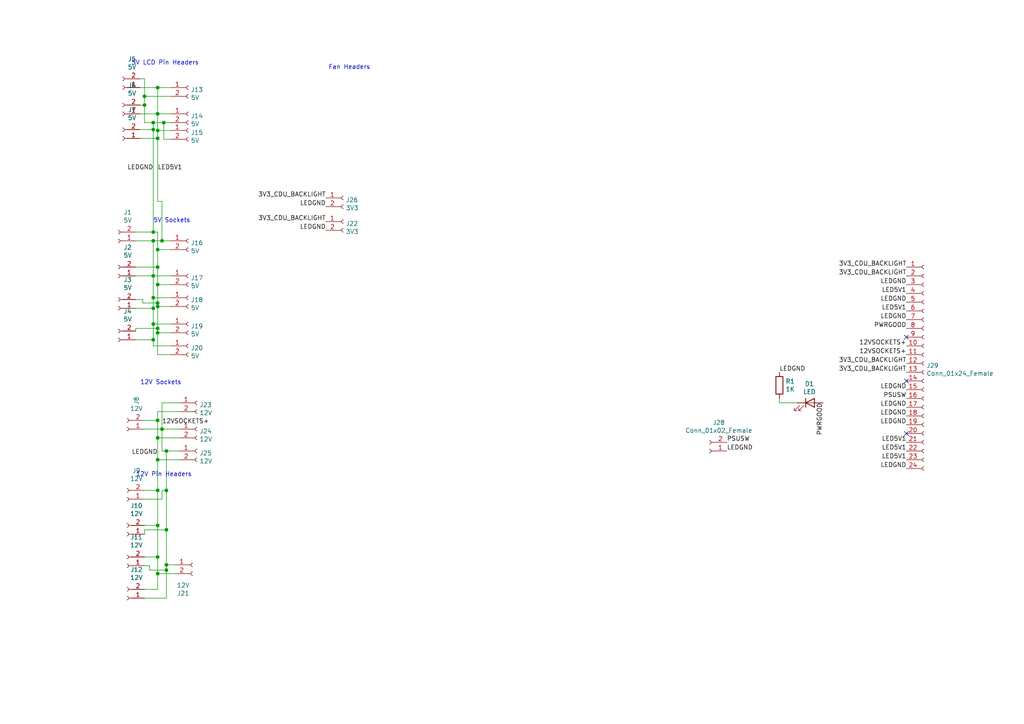
<source format=kicad_sch>
(kicad_sch (version 20231120) (generator "eeschema") (generator_version "8.0")
  (paper "A4")
  (lib_symbols
    (symbol "Connector:Conn_01x02_Female" (pin_names (offset 1.016) hide)
      (property "Reference" "J" (at 0 2.54 0))
      (property "Value" "Conn_01x02_Female" (at 0 -5.08 0))
      (symbol "Conn_01x02_Female_1_1"
        (arc (start 0 -2.032) (mid -0.5058 -2.54) (end 0 -3.048) (stroke (width 0.1524)))
        (polyline (pts (xy -1.27 -2.54) (xy -0.508 -2.54)) (stroke (width 0.1524)))
        (polyline (pts (xy -1.27 0) (xy -0.508 0)) (stroke (width 0.1524)))
        (arc (start 0 0.508) (mid -0.5058 0) (end 0 -0.508) (stroke (width 0.1524)))
        (pin passive line (at -5.08 0 0) (length 3.81) (name "Pin_1") (number "1"))
        (pin passive line (at -5.08 -2.54 0) (length 3.81) (name "Pin_2") (number "2"))
      )
    )
    (symbol "Connector:Conn_01x24_Female" (pin_names (offset 1.016) hide)
      (property "Reference" "J" (at 0 30.48 0))
      (property "Value" "Conn_01x24_Female" (at 0 -33.02 0))
      (symbol "Conn_01x24_Female_1_1"
        (arc (start 0 -29.972) (mid -0.5058 -30.48) (end 0 -30.988) (stroke (width 0.1524)))
        (arc (start 0 -27.432) (mid -0.5058 -27.94) (end 0 -28.448) (stroke (width 0.1524)))
        (arc (start 0 -24.892) (mid -0.5058 -25.4) (end 0 -25.908) (stroke (width 0.1524)))
        (arc (start 0 -22.352) (mid -0.5058 -22.86) (end 0 -23.368) (stroke (width 0.1524)))
        (arc (start 0 -19.812) (mid -0.5058 -20.32) (end 0 -20.828) (stroke (width 0.1524)))
        (arc (start 0 -17.272) (mid -0.5058 -17.78) (end 0 -18.288) (stroke (width 0.1524)))
        (arc (start 0 -14.732) (mid -0.5058 -15.24) (end 0 -15.748) (stroke (width 0.1524)))
        (arc (start 0 -12.192) (mid -0.5058 -12.7) (end 0 -13.208) (stroke (width 0.1524)))
        (arc (start 0 -9.652) (mid -0.5058 -10.16) (end 0 -10.668) (stroke (width 0.1524)))
        (arc (start 0 -7.112) (mid -0.5058 -7.62) (end 0 -8.128) (stroke (width 0.1524)))
        (arc (start 0 -4.572) (mid -0.5058 -5.08) (end 0 -5.588) (stroke (width 0.1524)))
        (arc (start 0 -2.032) (mid -0.5058 -2.54) (end 0 -3.048) (stroke (width 0.1524)))
        (polyline (pts (xy -1.27 -30.48) (xy -0.508 -30.48)) (stroke (width 0.1524)))
        (polyline (pts (xy -1.27 -27.94) (xy -0.508 -27.94)) (stroke (width 0.1524)))
        (polyline (pts (xy -1.27 -25.4) (xy -0.508 -25.4)) (stroke (width 0.1524)))
        (polyline (pts (xy -1.27 -22.86) (xy -0.508 -22.86)) (stroke (width 0.1524)))
        (polyline (pts (xy -1.27 -20.32) (xy -0.508 -20.32)) (stroke (width 0.1524)))
        (polyline (pts (xy -1.27 -17.78) (xy -0.508 -17.78)) (stroke (width 0.1524)))
        (polyline (pts (xy -1.27 -15.24) (xy -0.508 -15.24)) (stroke (width 0.1524)))
        (polyline (pts (xy -1.27 -12.7) (xy -0.508 -12.7)) (stroke (width 0.1524)))
        (polyline (pts (xy -1.27 -10.16) (xy -0.508 -10.16)) (stroke (width 0.1524)))
        (polyline (pts (xy -1.27 -7.62) (xy -0.508 -7.62)) (stroke (width 0.1524)))
        (polyline (pts (xy -1.27 -5.08) (xy -0.508 -5.08)) (stroke (width 0.1524)))
        (polyline (pts (xy -1.27 -2.54) (xy -0.508 -2.54)) (stroke (width 0.1524)))
        (polyline (pts (xy -1.27 0) (xy -0.508 0)) (stroke (width 0.1524)))
        (polyline (pts (xy -1.27 2.54) (xy -0.508 2.54)) (stroke (width 0.1524)))
        (polyline (pts (xy -1.27 5.08) (xy -0.508 5.08)) (stroke (width 0.1524)))
        (polyline (pts (xy -1.27 7.62) (xy -0.508 7.62)) (stroke (width 0.1524)))
        (polyline (pts (xy -1.27 10.16) (xy -0.508 10.16)) (stroke (width 0.1524)))
        (polyline (pts (xy -1.27 12.7) (xy -0.508 12.7)) (stroke (width 0.1524)))
        (polyline (pts (xy -1.27 15.24) (xy -0.508 15.24)) (stroke (width 0.1524)))
        (polyline (pts (xy -1.27 17.78) (xy -0.508 17.78)) (stroke (width 0.1524)))
        (polyline (pts (xy -1.27 20.32) (xy -0.508 20.32)) (stroke (width 0.1524)))
        (polyline (pts (xy -1.27 22.86) (xy -0.508 22.86)) (stroke (width 0.1524)))
        (polyline (pts (xy -1.27 25.4) (xy -0.508 25.4)) (stroke (width 0.1524)))
        (polyline (pts (xy -1.27 27.94) (xy -0.508 27.94)) (stroke (width 0.1524)))
        (arc (start 0 0.508) (mid -0.5058 0) (end 0 -0.508) (stroke (width 0.1524)))
        (arc (start 0 3.048) (mid -0.5058 2.54) (end 0 2.032) (stroke (width 0.1524)))
        (arc (start 0 5.588) (mid -0.5058 5.08) (end 0 4.572) (stroke (width 0.1524)))
        (arc (start 0 8.128) (mid -0.5058 7.62) (end 0 7.112) (stroke (width 0.1524)))
        (arc (start 0 10.668) (mid -0.5058 10.16) (end 0 9.652) (stroke (width 0.1524)))
        (arc (start 0 13.208) (mid -0.5058 12.7) (end 0 12.192) (stroke (width 0.1524)))
        (arc (start 0 15.748) (mid -0.5058 15.24) (end 0 14.732) (stroke (width 0.1524)))
        (arc (start 0 18.288) (mid -0.5058 17.78) (end 0 17.272) (stroke (width 0.1524)))
        (arc (start 0 20.828) (mid -0.5058 20.32) (end 0 19.812) (stroke (width 0.1524)))
        (arc (start 0 23.368) (mid -0.5058 22.86) (end 0 22.352) (stroke (width 0.1524)))
        (arc (start 0 25.908) (mid -0.5058 25.4) (end 0 24.892) (stroke (width 0.1524)))
        (arc (start 0 28.448) (mid -0.5058 27.94) (end 0 27.432) (stroke (width 0.1524)))
        (pin passive line (at -5.08 27.94 0) (length 3.81) (name "Pin_1") (number "1"))
        (pin passive line (at -5.08 5.08 0) (length 3.81) (name "Pin_10") (number "10"))
        (pin passive line (at -5.08 2.54 0) (length 3.81) (name "Pin_11") (number "11"))
        (pin passive line (at -5.08 0 0) (length 3.81) (name "Pin_12") (number "12"))
        (pin passive line (at -5.08 -2.54 0) (length 3.81) (name "Pin_13") (number "13"))
        (pin passive line (at -5.08 -5.08 0) (length 3.81) (name "Pin_14") (number "14"))
        (pin passive line (at -5.08 -7.62 0) (length 3.81) (name "Pin_15") (number "15"))
        (pin passive line (at -5.08 -10.16 0) (length 3.81) (name "Pin_16") (number "16"))
        (pin passive line (at -5.08 -12.7 0) (length 3.81) (name "Pin_17") (number "17"))
        (pin passive line (at -5.08 -15.24 0) (length 3.81) (name "Pin_18") (number "18"))
        (pin passive line (at -5.08 -17.78 0) (length 3.81) (name "Pin_19") (number "19"))
        (pin passive line (at -5.08 25.4 0) (length 3.81) (name "Pin_2") (number "2"))
        (pin passive line (at -5.08 -20.32 0) (length 3.81) (name "Pin_20") (number "20"))
        (pin passive line (at -5.08 -22.86 0) (length 3.81) (name "Pin_21") (number "21"))
        (pin passive line (at -5.08 -25.4 0) (length 3.81) (name "Pin_22") (number "22"))
        (pin passive line (at -5.08 -27.94 0) (length 3.81) (name "Pin_23") (number "23"))
        (pin passive line (at -5.08 -30.48 0) (length 3.81) (name "Pin_24") (number "24"))
        (pin passive line (at -5.08 22.86 0) (length 3.81) (name "Pin_3") (number "3"))
        (pin passive line (at -5.08 20.32 0) (length 3.81) (name "Pin_4") (number "4"))
        (pin passive line (at -5.08 17.78 0) (length 3.81) (name "Pin_5") (number "5"))
        (pin passive line (at -5.08 15.24 0) (length 3.81) (name "Pin_6") (number "6"))
        (pin passive line (at -5.08 12.7 0) (length 3.81) (name "Pin_7") (number "7"))
        (pin passive line (at -5.08 10.16 0) (length 3.81) (name "Pin_8") (number "8"))
        (pin passive line (at -5.08 7.62 0) (length 3.81) (name "Pin_9") (number "9"))
      )
    )
    (symbol "Device:LED" (pin_numbers hide) (pin_names (offset 1.016) hide)
      (property "Reference" "D" (at 0 2.54 0))
      (property "Value" "LED" (at 0 -2.54 0))
      (symbol "LED_0_1"
        (polyline (pts (xy -1.27 -1.27) (xy -1.27 1.27)) (stroke (width 0.254)))
        (polyline (pts (xy -1.27 0) (xy 1.27 0)))
        (polyline (pts (xy 1.27 -1.27) (xy 1.27 1.27) (xy -1.27 0) (xy 1.27 -1.27)) (stroke (width 0.254)))
        (polyline (pts (xy -3.048 -0.762) (xy -4.572 -2.286) (xy -3.81 -2.286) (xy -4.572 -2.286) (xy -4.572 -1.524)))
        (polyline (pts (xy -1.778 -0.762) (xy -3.302 -2.286) (xy -2.54 -2.286) (xy -3.302 -2.286) (xy -3.302 -1.524)))
      )
      (symbol "LED_1_1"
        (pin passive line (at -3.81 0 0) (length 2.54) (name "K") (number "1"))
        (pin passive line (at 3.81 0 180) (length 2.54) (name "A") (number "2"))
      )
    )
    (symbol "Device:R" (pin_numbers hide) (pin_names (offset 0))
      (property "Reference" "R" (at 2.032 0 90))
      (property "Value" "R" (at 0 0 90))
      (symbol "R_0_1"
        (rectangle (start -1.016 -2.54) (end 1.016 2.54) (stroke (width 0.254)))
      )
      (symbol "R_1_1"
        (pin passive line (at 0 3.81 270) (length 1.27) (name "~") (number "1"))
        (pin passive line (at 0 -3.81 90) (length 1.27) (name "~") (number "2"))
      )
    )
  )
  (junction (at 44.45 89.408))
  (junction (at 45.72 121.92))
  (junction (at 46.99 69.85))
  (junction (at 45.72 40.132))
  (junction (at 48.26 163.83))
  (junction (at 41.91 27.94))
  (junction (at 44.45 67.31))
  (junction (at 45.72 37.846))
  (junction (at 45.72 96.52))
  (junction (at 45.72 95.25))
  (junction (at 48.26 142.24))
  (junction (at 45.72 161.544))
  (junction (at 45.72 33.02))
  (junction (at 46.99 124.46))
  (junction (at 48.26 153.67))
  (junction (at 45.72 142.24))
  (junction (at 45.72 152.4))
  (junction (at 45.72 88.9))
  (junction (at 44.45 37.592))
  (junction (at 45.72 82.55))
  (junction (at 41.91 30.48))
  (junction (at 45.72 87.884))
  (junction (at 44.45 93.98))
  (junction (at 44.45 69.85))
  (junction (at 47.498 35.56))
  (junction (at 45.72 25.4))
  (junction (at 48.26 165.354))
  (junction (at 45.72 72.39))
  (junction (at 44.45 35.56))
  (junction (at 45.72 133.35))
  (junction (at 45.72 166.37))
  (junction (at 44.45 86.36))
  (junction (at 45.72 77.47))
  (junction (at 45.72 127))
  (junction (at 44.45 98.552))
  (junction (at 44.45 80.01))
  (junction (at 48.26 130.81))
  (no_connect (at 262.89 110.49))
  (no_connect (at 262.89 125.73))
  (no_connect (at 262.89 97.79))
  (wire (pts (xy 41.91 161.544) (xy 45.72 161.544)))
  (wire (pts (xy 45.72 88.9) (xy 45.72 95.25)))
  (wire (pts (xy 44.45 37.592) (xy 44.45 67.31)))
  (wire (pts (xy 45.72 40.132) (xy 45.72 58.42)))
  (wire (pts (xy 46.99 116.84) (xy 52.07 116.84)))
  (wire (pts (xy 46.99 69.85) (xy 49.53 69.85)))
  (wire (pts (xy 46.99 124.46) (xy 46.99 130.81)))
  (wire (pts (xy 44.45 86.36) (xy 49.53 86.36)))
  (wire (pts (xy 45.72 82.55) (xy 45.72 87.884)))
  (wire (pts (xy 49.53 72.39) (xy 45.72 72.39)))
  (wire (pts (xy 41.91 152.4) (xy 45.72 152.4)))
  (wire (pts (xy 44.45 89.408) (xy 44.45 93.98)))
  (wire (pts (xy 49.53 35.56) (xy 47.498 35.56)))
  (wire (pts (xy 39.37 98.552) (xy 44.45 98.552)))
  (wire (pts (xy 40.64 37.592) (xy 44.45 37.592)))
  (wire (pts (xy 45.72 77.47) (xy 39.37 77.47)))
  (wire (pts (xy 39.37 86.868) (xy 41.402 86.868)))
  (wire (pts (xy 45.72 87.884) (xy 45.72 88.9)))
  (wire (pts (xy 44.45 98.552) (xy 44.45 100.33)))
  (wire (pts (xy 44.45 80.01) (xy 44.45 86.36)))
  (wire (pts (xy 45.72 152.4) (xy 45.72 161.544)))
  (wire (pts (xy 45.72 33.02) (xy 45.72 37.846)))
  (wire (pts (xy 45.72 142.24) (xy 45.72 133.35)))
  (wire (pts (xy 50.8 163.83) (xy 48.26 163.83)))
  (wire (pts (xy 41.91 154.94) (xy 41.91 153.67)))
  (wire (pts (xy 45.72 127) (xy 45.72 133.35)))
  (wire (pts (xy 39.37 69.85) (xy 44.45 69.85)))
  (wire (pts (xy 52.07 119.38) (xy 45.72 119.38)))
  (wire (pts (xy 48.26 163.83) (xy 48.26 165.354)))
  (wire (pts (xy 41.402 87.884) (xy 45.72 87.884)))
  (wire (pts (xy 49.53 33.02) (xy 45.72 33.02)))
  (wire (pts (xy 41.91 164.084) (xy 43.434 164.084)))
  (wire (pts (xy 41.91 30.48) (xy 41.91 27.94)))
  (wire (pts (xy 41.91 35.56) (xy 41.91 30.48)))
  (wire (pts (xy 45.72 121.92) (xy 45.72 119.38)))
  (wire (pts (xy 45.72 58.42) (xy 46.99 58.42)))
  (wire (pts (xy 41.91 121.92) (xy 45.72 121.92)))
  (wire (pts (xy 44.45 80.01) (xy 49.53 80.01)))
  (wire (pts (xy 48.26 153.67) (xy 48.26 142.24)))
  (wire (pts (xy 41.402 86.868) (xy 41.402 87.884)))
  (wire (pts (xy 41.91 30.48) (xy 40.64 30.48)))
  (wire (pts (xy 44.45 35.56) (xy 41.91 35.56)))
  (wire (pts (xy 39.37 95.25) (xy 39.37 96.012)))
  (wire (pts (xy 39.37 80.01) (xy 44.45 80.01)))
  (wire (pts (xy 45.72 102.87) (xy 49.53 102.87)))
  (wire (pts (xy 44.45 69.85) (xy 46.99 69.85)))
  (wire (pts (xy 48.26 165.354) (xy 48.26 173.482)))
  (wire (pts (xy 48.26 142.24) (xy 48.26 130.81)))
  (wire (pts (xy 45.72 127) (xy 52.07 127)))
  (wire (pts (xy 50.8 166.37) (xy 45.72 166.37)))
  (wire (pts (xy 39.37 89.408) (xy 44.45 89.408)))
  (wire (pts (xy 43.434 164.084) (xy 43.434 165.354)))
  (wire (pts (xy 41.91 22.86) (xy 40.64 22.86)))
  (wire (pts (xy 226.06 116.84) (xy 226.06 115.57)))
  (wire (pts (xy 45.72 25.4) (xy 45.72 33.02)))
  (wire (pts (xy 45.72 82.55) (xy 45.72 77.47)))
  (wire (pts (xy 46.99 69.85) (xy 46.99 58.42)))
  (wire (pts (xy 45.72 88.9) (xy 49.53 88.9)))
  (wire (pts (xy 46.99 144.78) (xy 41.91 144.78)))
  (wire (pts (xy 45.72 121.92) (xy 45.72 127)))
  (wire (pts (xy 49.53 96.52) (xy 45.72 96.52)))
  (wire (pts (xy 45.72 142.24) (xy 45.72 152.4)))
  (wire (pts (xy 45.72 161.544) (xy 45.72 166.37)))
  (wire (pts (xy 46.99 142.24) (xy 46.99 144.78)))
  (wire (pts (xy 45.72 67.31) (xy 45.72 72.39)))
  (wire (pts (xy 45.72 37.846) (xy 49.53 37.846)))
  (wire (pts (xy 44.45 67.31) (xy 45.72 67.31)))
  (wire (pts (xy 47.498 40.386) (xy 49.53 40.386)))
  (wire (pts (xy 41.91 170.942) (xy 45.72 170.942)))
  (wire (pts (xy 231.14 116.84) (xy 226.06 116.84)))
  (wire (pts (xy 45.72 72.39) (xy 45.72 77.47)))
  (wire (pts (xy 44.45 86.36) (xy 44.45 89.408)))
  (wire (pts (xy 48.26 173.482) (xy 41.91 173.482)))
  (wire (pts (xy 45.72 133.35) (xy 52.07 133.35)))
  (wire (pts (xy 48.26 130.81) (xy 52.07 130.81)))
  (wire (pts (xy 45.72 95.25) (xy 39.37 95.25)))
  (wire (pts (xy 44.45 69.85) (xy 44.45 80.01)))
  (wire (pts (xy 39.37 67.31) (xy 44.45 67.31)))
  (wire (pts (xy 47.498 35.56) (xy 47.498 40.386)))
  (wire (pts (xy 40.64 25.4) (xy 45.72 25.4)))
  (wire (pts (xy 46.99 124.46) (xy 52.07 124.46)))
  (wire (pts (xy 40.64 33.02) (xy 45.72 33.02)))
  (wire (pts (xy 43.434 165.354) (xy 48.26 165.354)))
  (wire (pts (xy 41.91 27.94) (xy 41.91 22.86)))
  (wire (pts (xy 41.91 27.94) (xy 49.53 27.94)))
  (wire (pts (xy 47.498 35.56) (xy 44.45 35.56)))
  (wire (pts (xy 44.45 93.98) (xy 44.45 98.552)))
  (wire (pts (xy 44.45 35.56) (xy 44.45 37.592)))
  (wire (pts (xy 45.72 166.37) (xy 45.72 170.942)))
  (wire (pts (xy 45.72 96.52) (xy 45.72 102.87)))
  (wire (pts (xy 48.26 142.24) (xy 46.99 142.24)))
  (wire (pts (xy 45.72 25.4) (xy 49.53 25.4)))
  (wire (pts (xy 45.72 82.55) (xy 49.53 82.55)))
  (wire (pts (xy 41.91 153.67) (xy 48.26 153.67)))
  (wire (pts (xy 48.26 153.67) (xy 48.26 163.83)))
  (wire (pts (xy 41.91 124.46) (xy 46.99 124.46)))
  (wire (pts (xy 44.45 100.33) (xy 49.53 100.33)))
  (wire (pts (xy 46.99 130.81) (xy 48.26 130.81)))
  (wire (pts (xy 41.91 142.24) (xy 45.72 142.24)))
  (wire (pts (xy 45.72 37.846) (xy 45.72 40.132)))
  (wire (pts (xy 45.72 95.25) (xy 45.72 96.52)))
  (wire (pts (xy 49.53 93.98) (xy 44.45 93.98)))
  (wire (pts (xy 46.99 124.46) (xy 46.99 116.84)))
  (wire (pts (xy 40.64 40.132) (xy 45.72 40.132)))
  (text "Fan Headers" (at 95.25 20.32 0) (effects (font (size 1.27 1.27)) (justify left bottom)))
  (text "12V Pin Headers" (at 39.37 138.43 0) (effects (font (size 1.27 1.27)) (justify left bottom)))
  (text "5V LCD Pin Headers" (at 38.1 19.05 0) (effects (font (size 1.27 1.27)) (justify left bottom)))
  (text "12V Sockets" (at 40.64 111.76 0) (effects (font (size 1.27 1.27)) (justify left bottom)))
  (text "5V Sockets" (at 44.45 64.77 0) (effects (font (size 1.27 1.27)) (justify left bottom)))
  (label "LEDGND" (at 262.89 123.19 180))
  (label "3V3_CDU_BACKLIGHT" (at 262.89 80.01 180))
  (label "3V3_CDU_BACKLIGHT" (at 94.488 64.262 180))
  (label "LED5V1" (at 262.89 90.17 180))
  (label "LEDGND" (at 94.488 59.944 180))
  (label "LED5V1" (at 262.89 128.27 180))
  (label "12VSOCKETS+" (at 262.89 102.87 180))
  (label "LEDGND" (at 45.72 132.08 180))
  (label "LEDGND" (at 262.89 120.65 180))
  (label "PSUSW" (at 262.89 115.57 180))
  (label "LED5V1" (at 262.89 133.35 180))
  (label "PSUSW" (at 210.82 128.27 0))
  (label "3V3_CDU_BACKLIGHT" (at 262.89 107.95 180))
  (label "3V3_CDU_BACKLIGHT" (at 262.89 77.47 180))
  (label "12VSOCKETS+" (at 262.89 100.33 180))
  (label "LEDGND" (at 262.89 135.89 180))
  (label "LEDGND" (at 262.89 118.11 180))
  (label "3V3_CDU_BACKLIGHT" (at 94.488 57.404 180))
  (label "LEDGND" (at 262.89 113.03 180))
  (label "3V3_CDU_BACKLIGHT" (at 262.89 105.41 180))
  (label "LEDGND" (at 44.45 49.53 180))
  (label "LEDGND" (at 262.89 82.55 180))
  (label "LED5V1" (at 262.89 130.81 180))
  (label "12VSOCKETS+" (at 46.99 123.19 0))
  (label "PWRGOOD" (at 238.76 116.84 270))
  (label "LED5V1" (at 262.89 85.09 180))
  (label "LEDGND" (at 262.89 92.71 180))
  (label "LEDGND" (at 210.82 130.81 0))
  (label "LEDGND" (at 262.89 87.63 180))
  (label "PWRGOOD" (at 262.89 95.25 180))
  (label "LEDGND" (at 94.488 66.802 180))
  (label "LED5V1" (at 45.72 49.53 0))
  (label "LEDGND" (at 226.06 107.95 0))
  (symbol (lib_id "Connector:Conn_01x02_Female") (at 35.56 25.4 180) (unit 1)
    (property "Reference" "J5" (at 38.3032 17.145 0))
    (property "Value" "5V" (at 38.3032 19.4564 0))
    (property "Footprint" "Connector_Molex:Molex_KK-254_AE-6410-02A_1x02_P2.54mm_Vertical" (effects (hide yes)))
  )
  (symbol (lib_id "Connector:Conn_01x02_Female") (at 54.61 25.4 0) (unit 1)
    (property "Reference" "J13" (at 55.3212 26.0096 0) (effects (justify left)))
    (property "Value" "5V" (at 55.3212 28.321 0) (effects (justify left)))
    (property "Footprint" "Connector_Molex:Molex_KK-254_AE-6410-02A_1x02_P2.54mm_Vertical" (effects (hide yes)))
  )
  (symbol (lib_id "Connector:Conn_01x02_Female") (at 35.56 33.02 180) (unit 1)
    (property "Reference" "J6" (at 38.3032 24.765 0))
    (property "Value" "5V" (at 38.3032 27.0764 0))
    (property "Footprint" "Connector_Molex:Molex_KK-254_AE-6410-02A_1x02_P2.54mm_Vertical" (effects (hide yes)))
  )
  (symbol (lib_id "Connector:Conn_01x02_Female") (at 54.61 33.02 0) (unit 1)
    (property "Reference" "J14" (at 55.3212 33.6296 0) (effects (justify left)))
    (property "Value" "5V" (at 55.3212 35.941 0) (effects (justify left)))
    (property "Footprint" "Connector_Molex:Molex_KK-254_AE-6410-02A_1x02_P2.54mm_Vertical" (effects (hide yes)))
  )
  (symbol (lib_id "Connector:Conn_01x02_Female") (at 34.29 69.85 180) (unit 1)
    (property "Reference" "J1" (at 37.0332 61.595 0))
    (property "Value" "5V" (at 37.0332 63.9064 0))
    (property "Footprint" "Connector_BarrelJack:BarrelJack_Horizontal" (effects (hide yes)))
  )
  (symbol (lib_id "Connector:Conn_01x02_Female") (at 34.29 80.01 180) (unit 1)
    (property "Reference" "J2" (at 37.0332 71.755 0))
    (property "Value" "5V" (at 37.0332 74.0664 0))
    (property "Footprint" "Connector_BarrelJack:BarrelJack_Horizontal" (effects (hide yes)))
  )
  (symbol (lib_id "Connector:Conn_01x02_Female") (at 54.61 69.85 0) (unit 1)
    (property "Reference" "J16" (at 55.3212 70.4596 0) (effects (justify left)))
    (property "Value" "5V" (at 55.3212 72.771 0) (effects (justify left)))
    (property "Footprint" "Connector_BarrelJack:BarrelJack_Horizontal" (effects (hide yes)))
  )
  (symbol (lib_id "Connector:Conn_01x02_Female") (at 54.61 80.01 0) (unit 1)
    (property "Reference" "J17" (at 55.3212 80.6196 0) (effects (justify left)))
    (property "Value" "5V" (at 55.3212 82.931 0) (effects (justify left)))
    (property "Footprint" "Connector_BarrelJack:BarrelJack_Horizontal" (effects (hide yes)))
  )
  (symbol (lib_id "Connector:Conn_01x02_Female") (at 36.83 124.46 180) (unit 1)
    (property "Reference" "J8" (at 39.5732 116.205 90))
    (property "Value" "12V" (at 39.5732 118.5164 0))
    (property "Footprint" "Connector_BarrelJack:BarrelJack_Horizontal" (effects (hide yes)))
  )
  (symbol (lib_id "Connector:Conn_01x02_Female") (at 57.15 124.46 0) (unit 1)
    (property "Reference" "J24" (at 57.8612 125.0696 0) (effects (justify left)))
    (property "Value" "12V" (at 57.8612 127.381 0) (effects (justify left)))
    (property "Footprint" "Connector_BarrelJack:BarrelJack_Horizontal" (effects (hide yes)))
  )
  (symbol (lib_id "Connector:Conn_01x02_Female") (at 36.83 144.78 180) (unit 1)
    (property "Reference" "J9" (at 39.5732 136.525 0))
    (property "Value" "12V" (at 39.5732 138.8364 0))
    (property "Footprint" "Connector_Molex:Molex_KK-254_AE-6410-02A_1x02_P2.54mm_Vertical" (effects (hide yes)))
  )
  (symbol (lib_id "Connector:Conn_01x02_Female") (at 36.83 154.94 180) (unit 1)
    (property "Reference" "J10" (at 39.5732 146.685 0))
    (property "Value" "12V" (at 39.5732 148.9964 0))
    (property "Footprint" "Connector_Molex:Molex_KK-254_AE-6410-02A_1x02_P2.54mm_Vertical" (effects (hide yes)))
  )
  (symbol (lib_id "Connector:Conn_01x02_Female") (at 57.15 116.84 0) (unit 1)
    (property "Reference" "J23" (at 57.8612 117.4496 0) (effects (justify left)))
    (property "Value" "12V" (at 57.8612 119.761 0) (effects (justify left)))
    (property "Footprint" "Connector_BarrelJack:BarrelJack_Horizontal" (effects (hide yes)))
  )
  (symbol (lib_id "Connector:Conn_01x24_Female") (at 267.97 105.41 0) (unit 1)
    (property "Reference" "J29" (at 268.6812 106.0196 0) (effects (justify left)))
    (property "Value" "Conn_01x24_Female" (at 268.6812 108.331 0) (effects (justify left)))
    (property "Footprint" "Connector_Molex:Molex_Mini-Fit_Jr_5566-24A_2x12_P4.20mm_Vertical" (effects (hide yes)))
  )
  (symbol (lib_id "Connector:Conn_01x02_Female") (at 205.74 130.81 180) (unit 1)
    (property "Reference" "J28" (at 208.4832 122.555 0))
    (property "Value" "Conn_01x02_Female" (at 208.4832 124.8664 0))
    (property "Footprint" "Connector_Molex:Molex_KK-254_AE-6410-02A_1x02_P2.54mm_Vertical" (effects (hide yes)))
  )
  (symbol (lib_id "Device:LED") (at 234.95 116.84 0) (unit 1)
    (property "Reference" "D1" (at 234.7722 111.3282 0))
    (property "Value" "LED" (at 234.7722 113.6396 0))
    (property "Footprint" "LED_THT:LED_D3.0mm" (effects (hide yes)))
  )
  (symbol (lib_id "Device:R") (at 226.06 111.76 0) (unit 1)
    (property "Reference" "R1" (at 227.838 110.5916 0) (effects (justify left)))
    (property "Value" "1K" (at 227.838 112.903 0) (effects (justify left)))
    (property "Footprint" "Resistor_THT:R_Axial_DIN0207_L6.3mm_D2.5mm_P7.62mm_Horizontal" (effects (hide yes)))
  )
  (symbol (lib_id "Connector:Conn_01x02_Female") (at 54.61 86.36 0) (unit 1)
    (property "Reference" "J18" (at 55.3212 86.9696 0) (effects (justify left)))
    (property "Value" "5V" (at 55.3212 89.281 0) (effects (justify left)))
    (property "Footprint" "Connector_BarrelJack:BarrelJack_Horizontal" (effects (hide yes)))
  )
  (symbol (lib_id "Connector:Conn_01x02_Female") (at 57.15 130.81 0) (unit 1)
    (property "Reference" "J25" (at 57.8612 131.4196 0) (effects (justify left)))
    (property "Value" "12V" (at 57.8612 133.731 0) (effects (justify left)))
    (property "Footprint" "Connector_BarrelJack:BarrelJack_Horizontal" (effects (hide yes)))
  )
  (symbol (lib_id "Connector:Conn_01x02_Female") (at 54.61 93.98 0) (unit 1)
    (property "Reference" "J19" (at 55.3212 94.5896 0) (effects (justify left)))
    (property "Value" "5V" (at 55.3212 96.901 0) (effects (justify left)))
    (property "Footprint" "Connector_Molex:Molex_KK-254_AE-6410-02A_1x02_P2.54mm_Vertical" (effects (hide yes)))
  )
  (symbol (lib_id "Connector:Conn_01x02_Female") (at 54.61 100.33 0) (unit 1)
    (property "Reference" "J20" (at 55.3212 100.9396 0) (effects (justify left)))
    (property "Value" "5V" (at 55.3212 103.251 0) (effects (justify left)))
    (property "Footprint" "Connector_Molex:Molex_KK-254_AE-6410-02A_1x02_P2.54mm_Vertical" (effects (hide yes)))
  )
  (symbol (lib_id "Connector:Conn_01x02_Female") (at 55.88 163.83 0) (unit 1)
    (property "Reference" "J21" (at 53.1368 172.085 0))
    (property "Value" "12V" (at 53.1368 169.7736 0))
    (property "Footprint" "Connector_Molex:Molex_KK-254_AE-6410-02A_1x02_P2.54mm_Vertical" (effects (hide yes)))
  )
  (symbol (lib_id "Connector:Conn_01x02_Female") (at 36.83 164.084 180) (unit 1)
    (property "Reference" "J11" (at 39.5732 155.829 0))
    (property "Value" "12V" (at 39.5732 158.1404 0))
    (property "Footprint" "Connector_BarrelJack:BarrelJack_Horizontal" (effects (hide yes)))
  )
  (symbol (lib_id "Connector:Conn_01x02_Female") (at 99.568 57.404 0) (unit 1)
    (property "Reference" "J26" (at 100.2792 58.0136 0) (effects (justify left)))
    (property "Value" "3V3" (at 100.2792 60.325 0) (effects (justify left)))
    (property "Footprint" "Connector_Molex:Molex_KK-254_AE-6410-02A_1x02_P2.54mm_Vertical" (effects (hide yes)))
  )
  (symbol (lib_id "Connector:Conn_01x02_Female") (at 34.29 98.552 180) (unit 1)
    (property "Reference" "J4" (at 37.0332 90.297 0))
    (property "Value" "5V" (at 37.0332 92.6084 0))
    (property "Footprint" "Connector_BarrelJack:BarrelJack_Horizontal" (effects (hide yes)))
  )
  (symbol (lib_id "Connector:Conn_01x02_Female") (at 35.56 40.132 180) (unit 1)
    (property "Reference" "J7" (at 38.3032 31.877 0))
    (property "Value" "5V" (at 38.3032 34.1884 0))
    (property "Footprint" "Connector_Molex:Molex_KK-254_AE-6410-02A_1x02_P2.54mm_Vertical" (effects (hide yes)))
  )
  (symbol (lib_id "Connector:Conn_01x02_Female") (at 36.83 173.482 180) (unit 1)
    (property "Reference" "J12" (at 39.5732 165.227 0))
    (property "Value" "12V" (at 39.5732 167.5384 0))
    (property "Footprint" "Connector_BarrelJack:BarrelJack_Horizontal" (effects (hide yes)))
  )
  (symbol (lib_id "Connector:Conn_01x02_Female") (at 34.29 89.408 180) (unit 1)
    (property "Reference" "J3" (at 37.0332 81.153 0))
    (property "Value" "5V" (at 37.0332 83.4644 0))
    (property "Footprint" "Connector_BarrelJack:BarrelJack_Horizontal" (effects (hide yes)))
  )
  (symbol (lib_id "Connector:Conn_01x02_Female") (at 54.61 37.846 0) (unit 1)
    (property "Reference" "J15" (at 55.3212 38.4556 0) (effects (justify left)))
    (property "Value" "5V" (at 55.3212 40.767 0) (effects (justify left)))
    (property "Footprint" "Connector_Molex:Molex_KK-254_AE-6410-02A_1x02_P2.54mm_Vertical" (effects (hide yes)))
  )
  (symbol (lib_id "Connector:Conn_01x02_Female") (at 99.568 64.262 0) (unit 1)
    (property "Reference" "J22" (at 100.2792 64.8716 0) (effects (justify left)))
    (property "Value" "3V3" (at 100.2792 67.183 0) (effects (justify left)))
    (property "Footprint" "Connector_BarrelJack:BarrelJack_Horizontal" (effects (hide yes)))
  )
)
</source>
